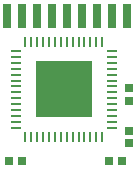
<source format=gtp>
G04*
G04 #@! TF.GenerationSoftware,Altium Limited,Altium Designer,18.0.7 (293)*
G04*
G04 Layer_Color=8421504*
%FSLAX25Y25*%
%MOIN*%
G70*
G01*
G75*
%ADD12R,0.02559X0.07874*%
%ADD13R,0.02700X0.03000*%
%ADD14R,0.18898X0.18898*%
%ADD15R,0.03543X0.00984*%
%ADD16R,0.00984X0.03543*%
%ADD17R,0.03000X0.02700*%
D12*
X116100Y185400D02*
D03*
X111100D02*
D03*
X131100D02*
D03*
X126100D02*
D03*
X121100D02*
D03*
X136100D02*
D03*
X141100D02*
D03*
X146100D02*
D03*
X151100D02*
D03*
D13*
X149300Y136900D02*
D03*
X145100D02*
D03*
X116100Y137200D02*
D03*
X111900D02*
D03*
D14*
X130000Y160900D02*
D03*
D15*
X114055Y165821D02*
D03*
Y167790D02*
D03*
Y169758D02*
D03*
Y171727D02*
D03*
Y163853D02*
D03*
Y161884D02*
D03*
Y159916D02*
D03*
X145945Y157947D02*
D03*
Y155979D02*
D03*
Y154010D02*
D03*
Y152042D02*
D03*
Y159916D02*
D03*
Y161884D02*
D03*
Y163853D02*
D03*
X114055Y157947D02*
D03*
Y155979D02*
D03*
Y173695D02*
D03*
X145945Y165821D02*
D03*
Y150073D02*
D03*
Y148105D02*
D03*
X114055Y154010D02*
D03*
Y152042D02*
D03*
Y150073D02*
D03*
Y148105D02*
D03*
X145945Y167790D02*
D03*
Y169758D02*
D03*
Y171727D02*
D03*
Y173695D02*
D03*
D16*
X125079Y144955D02*
D03*
X123110D02*
D03*
X121142D02*
D03*
X119173D02*
D03*
X127047D02*
D03*
X129016D02*
D03*
X130984D02*
D03*
X132953Y176845D02*
D03*
X134921D02*
D03*
X136890D02*
D03*
X138858D02*
D03*
X130984D02*
D03*
X129016D02*
D03*
X127047D02*
D03*
X125079D02*
D03*
X117205Y144955D02*
D03*
X140827Y176845D02*
D03*
X142795D02*
D03*
X132953Y144955D02*
D03*
X134921D02*
D03*
X136890D02*
D03*
X138858D02*
D03*
X140827D02*
D03*
X142795D02*
D03*
X123110Y176845D02*
D03*
X121142D02*
D03*
X119173D02*
D03*
X117205D02*
D03*
D17*
X151700Y147200D02*
D03*
Y143000D02*
D03*
X151600Y161400D02*
D03*
Y157200D02*
D03*
M02*

</source>
